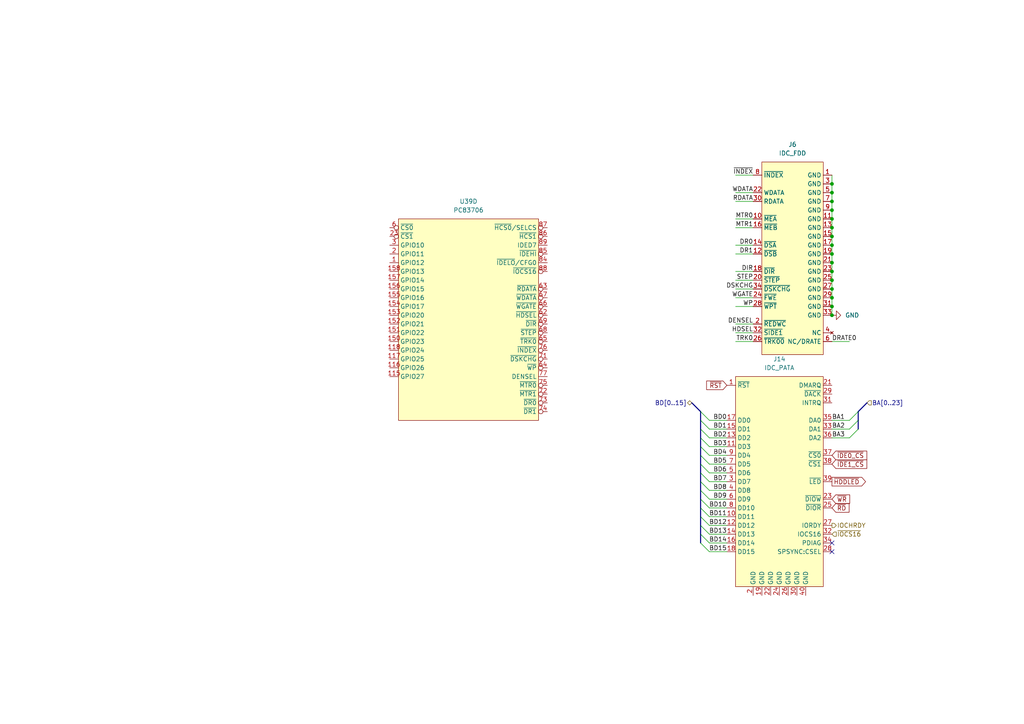
<source format=kicad_sch>
(kicad_sch (version 20231120) (generator "eeschema") (generator_version "8.0")
  (paper "A4")
  (lib_symbols
    (symbol "m68k-hbc-conn:IDC_FDD"
      (property "Reference" "J" (at 0 31.75 0))
      (property "Value" "IDC_FDD" (at 0 29.21 0))
      (symbol "IDC_FDD_1_1"
        (rectangle (start -8.89 27.94) (end 8.89 -27.94) (fill (type background)))
        (pin power_in line (at 11.43 24.13 180) (length 2.54) (name "GND") (number "1"))
        (pin input line (at -11.43 11.43 0) (length 2.54) (name "~{MEA}") (number "10"))
        (pin power_in line (at 11.43 11.43 180) (length 2.54) (name "GND") (number "11"))
        (pin input line (at -11.43 1.27 0) (length 2.54) (name "~{DSB}") (number "12"))
        (pin power_in line (at 11.43 8.89 180) (length 2.54) (name "GND") (number "13"))
        (pin input line (at -11.43 3.81 0) (length 2.54) (name "~{DSA}") (number "14"))
        (pin power_in line (at 11.43 6.35 180) (length 2.54) (name "GND") (number "15"))
        (pin input line (at -11.43 8.89 0) (length 2.54) (name "~{MEB}") (number "16"))
        (pin power_in line (at 11.43 3.81 180) (length 2.54) (name "GND") (number "17"))
        (pin input line (at -11.43 -3.81 0) (length 2.54) (name "~{DIR}") (number "18"))
        (pin power_in line (at 11.43 1.27 180) (length 2.54) (name "GND") (number "19"))
        (pin output line (at -11.43 -19.05 0) (length 2.54) (name "~{REDWC}") (number "2"))
        (pin input line (at -11.43 -6.35 0) (length 2.54) (name "~{STEP}") (number "20"))
        (pin power_in line (at 11.43 -1.27 180) (length 2.54) (name "GND") (number "21"))
        (pin input line (at -11.43 19.05 0) (length 2.54) (name "WDATA") (number "22"))
        (pin power_in line (at 11.43 -3.81 180) (length 2.54) (name "GND") (number "23"))
        (pin input line (at -11.43 -11.43 0) (length 2.54) (name "~{FWE}") (number "24"))
        (pin power_in line (at 11.43 -6.35 180) (length 2.54) (name "GND") (number "25"))
        (pin output line (at -11.43 -24.13 0) (length 2.54) (name "~{TRK00}") (number "26"))
        (pin power_in line (at 11.43 -8.89 180) (length 2.54) (name "GND") (number "27"))
        (pin output line (at -11.43 -13.97 0) (length 2.54) (name "~{WPT}") (number "28"))
        (pin power_in line (at 11.43 -11.43 180) (length 2.54) (name "GND") (number "29"))
        (pin power_in line (at 11.43 21.59 180) (length 2.54) (name "GND") (number "3"))
        (pin output line (at -11.43 16.51 0) (length 2.54) (name "RDATA") (number "30"))
        (pin power_in line (at 11.43 -13.97 180) (length 2.54) (name "GND") (number "31"))
        (pin input line (at -11.43 -21.59 0) (length 2.54) (name "~{SIDE1}") (number "32"))
        (pin power_in line (at 11.43 -16.51 180) (length 2.54) (name "GND") (number "33"))
        (pin output line (at -11.43 -8.89 0) (length 2.54) (name "~{DSKCHG}") (number "34"))
        (pin no_connect line (at 11.43 -21.59 180) (length 2.54) (name "NC") (number "4"))
        (pin power_in line (at 11.43 19.05 180) (length 2.54) (name "GND") (number "5"))
        (pin output line (at 11.43 -24.13 180) (length 2.54) (name "NC/DRATE") (number "6"))
        (pin power_in line (at 11.43 16.51 180) (length 2.54) (name "GND") (number "7"))
        (pin output line (at -11.43 24.13 0) (length 2.54) (name "~{INDEX}") (number "8"))
        (pin power_in line (at 11.43 13.97 180) (length 2.54) (name "GND") (number "9"))
      )
    )
    (symbol "m68k-hbc-conn:IDC_PATA"
      (property "Reference" "J" (at 0 31.75 0))
      (property "Value" "IDC_PATA" (at 0 0 0))
      (symbol "IDC_PATA_1_1"
        (rectangle (start -12.7 30.48) (end 12.7 -30.48) (fill (type background)))
        (pin bidirectional line (at -15.24 27.94 0) (length 2.54) (name "~{RST}") (number "1"))
        (pin bidirectional line (at -15.24 -10.16 0) (length 2.54) (name "DD11") (number "10"))
        (pin bidirectional line (at -15.24 10.16 0) (length 2.54) (name "DD3") (number "11"))
        (pin bidirectional line (at -15.24 -12.7 0) (length 2.54) (name "DD12") (number "12"))
        (pin bidirectional line (at -15.24 12.7 0) (length 2.54) (name "DD2") (number "13"))
        (pin bidirectional line (at -15.24 -15.24 0) (length 2.54) (name "DD13") (number "14"))
        (pin bidirectional line (at -15.24 15.24 0) (length 2.54) (name "DD1") (number "15"))
        (pin bidirectional line (at -15.24 -17.78 0) (length 2.54) (name "DD14") (number "16"))
        (pin bidirectional line (at -15.24 17.78 0) (length 2.54) (name "DD0") (number "17"))
        (pin bidirectional line (at -15.24 -20.32 0) (length 2.54) (name "DD15") (number "18"))
        (pin power_in line (at -5.08 -33.02 90) (length 2.54) (name "GND") (number "19"))
        (pin power_in line (at -7.62 -33.02 90) (length 2.54) (name "GND") (number "2"))
        (pin output line (at 15.24 27.94 180) (length 2.54) (name "DMARQ") (number "21"))
        (pin power_in line (at -2.54 -33.02 90) (length 2.54) (name "GND") (number "22"))
        (pin input line (at 15.24 -5.08 180) (length 2.54) (name "~{DIOW}") (number "23"))
        (pin power_in line (at 0 -33.02 90) (length 2.54) (name "GND") (number "24"))
        (pin input line (at 15.24 -7.62 180) (length 2.54) (name "~{DIOR}") (number "25"))
        (pin power_in line (at 2.54 -33.02 90) (length 2.54) (name "GND") (number "26"))
        (pin output line (at 15.24 -12.7 180) (length 2.54) (name "IORDY") (number "27"))
        (pin output line (at 15.24 -20.32 180) (length 2.54) (name "SPSYNC:CSEL") (number "28"))
        (pin output line (at 15.24 25.4 180) (length 2.54) (name "~{DACK}") (number "29"))
        (pin bidirectional line (at -15.24 0 0) (length 2.54) (name "DD7") (number "3"))
        (pin power_in line (at 5.08 -33.02 90) (length 2.54) (name "GND") (number "30"))
        (pin output line (at 15.24 22.86 180) (length 2.54) (name "INTRQ") (number "31"))
        (pin output line (at 15.24 -15.24 180) (length 2.54) (name "IOCS16") (number "32"))
        (pin input line (at 15.24 15.24 180) (length 2.54) (name "DA1") (number "33"))
        (pin output line (at 15.24 -17.78 180) (length 2.54) (name "PDIAG") (number "34"))
        (pin input line (at 15.24 17.78 180) (length 2.54) (name "DA0") (number "35"))
        (pin input line (at 15.24 12.7 180) (length 2.54) (name "DA2") (number "36"))
        (pin input line (at 15.24 7.62 180) (length 2.54) (name "~{CS0}") (number "37"))
        (pin input line (at 15.24 5.08 180) (length 2.54) (name "~{CS1}") (number "38"))
        (pin output line (at 15.24 0 180) (length 2.54) (name "~{LED}") (number "39"))
        (pin bidirectional line (at -15.24 -2.54 0) (length 2.54) (name "DD8") (number "4"))
        (pin power_in line (at 7.62 -33.02 90) (length 2.54) (name "GND") (number "40"))
        (pin bidirectional line (at -15.24 2.54 0) (length 2.54) (name "DD6") (number "5"))
        (pin bidirectional line (at -15.24 -5.08 0) (length 2.54) (name "DD9") (number "6"))
        (pin bidirectional line (at -15.24 5.08 0) (length 2.54) (name "DD5") (number "7"))
        (pin bidirectional line (at -15.24 -7.62 0) (length 2.54) (name "DD10") (number "8"))
        (pin bidirectional line (at -15.24 7.62 0) (length 2.54) (name "DD4") (number "9"))
      )
    )
    (symbol "m68k-hbc-ic:PC83706"
      (property "Reference" "U" (at -0.254 1.27 0))
      (property "Value" "PC83706" (at -0.254 -1.016 0))
      (symbol "PC83706_1_0"
        (pin input line (at -22.86 -17.78 0) (length 2.54) (name "A15") (number "11"))
        (pin input line (at -22.86 -15.24 0) (length 2.54) (name "A14") (number "12"))
        (pin output inverted (at 22.86 22.86 180) (length 2.54) (name "~{IRQ8}") (number "13"))
        (pin input inverted (at 22.86 12.7 180) (length 2.54) (name "~{PDACK1}") (number "138"))
        (pin bidirectional line (at 22.86 25.4 180) (length 2.54) (name "IRQ7") (number "14"))
        (pin output line (at 22.86 27.94 180) (length 2.54) (name "IRQ6") (number "15"))
        (pin bidirectional line (at 22.86 30.48 180) (length 2.54) (name "IRQ5") (number "16"))
        (pin output line (at 22.86 33.02 180) (length 2.54) (name "IRQ4") (number "18"))
        (pin output line (at 22.86 35.56 180) (length 2.54) (name "IRQ3") (number "19"))
        (pin input clock (at -22.86 38.1 0) (length 2.54) (name "SYSCLK") (number "21"))
        (pin output line (at -22.86 22.86 0) (length 2.54) (name "IOCHRDY") (number "22"))
        (pin output inverted (at -22.86 25.4 0) (length 2.54) (name "~{ZWS}") (number "24"))
        (pin output line (at 22.86 10.16 180) (length 2.54) (name "PDRQ0") (number "25"))
        (pin input inverted (at 22.86 15.24 180) (length 2.54) (name "~{PDACK0}") (number "26"))
        (pin output line (at 22.86 2.54 180) (length 2.54) (name "FDRQ") (number "27"))
        (pin input inverted (at 22.86 5.08 180) (length 2.54) (name "~{FDACK}") (number "28"))
        (pin input line (at 22.86 -2.54 180) (length 2.54) (name "TC") (number "29"))
        (pin bidirectional line (at -22.86 -38.1 0) (length 2.54) (name "D7") (number "33"))
        (pin bidirectional line (at -22.86 -35.56 0) (length 2.54) (name "D6") (number "34"))
        (pin bidirectional line (at -22.86 -33.02 0) (length 2.54) (name "D5") (number "35"))
        (pin bidirectional line (at -22.86 -30.48 0) (length 2.54) (name "D4") (number "36"))
        (pin bidirectional line (at -22.86 -27.94 0) (length 2.54) (name "D3") (number "37"))
        (pin bidirectional line (at -22.86 -25.4 0) (length 2.54) (name "D2") (number "38"))
        (pin bidirectional line (at -22.86 -22.86 0) (length 2.54) (name "D1") (number "39"))
        (pin bidirectional line (at 22.86 20.32 180) (length 2.54) (name "IRQ12") (number "4"))
        (pin bidirectional line (at -22.86 -20.32 0) (length 2.54) (name "D0") (number "42"))
        (pin input inverted (at -22.86 27.94 0) (length 2.54) (name "~{WR}") (number "43"))
        (pin input inverted (at -22.86 30.48 0) (length 2.54) (name "~{RD}") (number "44"))
        (pin input line (at -22.86 33.02 0) (length 2.54) (name "AEN") (number "45"))
        (pin input line (at -22.86 -12.7 0) (length 2.54) (name "A13") (number "46"))
        (pin input line (at -22.86 -10.16 0) (length 2.54) (name "A12") (number "47"))
        (pin input line (at -22.86 -7.62 0) (length 2.54) (name "A11") (number "48"))
        (pin input line (at -22.86 -5.08 0) (length 2.54) (name "A10") (number "49"))
        (pin bidirectional line (at 22.86 38.1 180) (length 2.54) (name "IRQ1") (number "5"))
        (pin input line (at -22.86 -2.54 0) (length 2.54) (name "A9") (number "50"))
        (pin input line (at -22.86 0 0) (length 2.54) (name "A8") (number "51"))
        (pin input line (at -22.86 2.54 0) (length 2.54) (name "A7") (number "52"))
        (pin input line (at -22.86 5.08 0) (length 2.54) (name "A6") (number "53"))
        (pin input line (at -22.86 7.62 0) (length 2.54) (name "A5") (number "54"))
        (pin input line (at -22.86 10.16 0) (length 2.54) (name "A4") (number "55"))
        (pin input line (at -22.86 12.7 0) (length 2.54) (name "A3") (number "56"))
        (pin input line (at -22.86 15.24 0) (length 2.54) (name "A2") (number "59"))
        (pin input line (at -22.86 17.78 0) (length 2.54) (name "A1") (number "60"))
        (pin input line (at -22.86 20.32 0) (length 2.54) (name "A0") (number "61"))
        (pin output line (at 22.86 7.62 180) (length 2.54) (name "PDRQ1") (number "70"))
        (pin input inverted (at 22.86 0 180) (length 2.54) (name "~{IDEACK}") (number "83"))
      )
      (symbol "PC83706_1_1"
        (rectangle (start -20.32 40.64) (end 20.32 -40.64) (fill (type background)))
      )
      (symbol "PC83706_2_0"
        (pin output inverted (at 22.86 2.54 180) (length 2.54) (name "~{RTS2}") (number "101"))
        (pin input line (at 22.86 5.08 180) (length 2.54) (name "SIN2") (number "102"))
        (pin input inverted (at 22.86 -5.08 180) (length 2.54) (name "~{DSR2}") (number "103"))
        (pin input inverted (at 22.86 -7.62 180) (length 2.54) (name "~{DCD2}") (number "104"))
        (pin input inverted (at 22.86 12.7 180) (length 2.54) (name "~{RI1}") (number "105"))
        (pin output inverted (at 22.86 22.86 180) (length 2.54) (name "~{DTR1}/CFG1") (number "106"))
        (pin input inverted (at 22.86 20.32 180) (length 2.54) (name "~{CTS1}") (number "107"))
        (pin output line (at 22.86 30.48 180) (length 2.54) (name "SOUT1/BOUT1/BADDR1") (number "108"))
        (pin output inverted (at 22.86 25.4 180) (length 2.54) (name "~{RTS1}/BADDR0") (number "109"))
        (pin input line (at 22.86 27.94 180) (length 2.54) (name "SIN1") (number "110"))
        (pin input inverted (at 22.86 17.78 180) (length 2.54) (name "~{DSR1}") (number "111"))
        (pin input inverted (at 22.86 15.24 180) (length 2.54) (name "~{DCD1}") (number "112"))
        (pin input line (at 22.86 38.1 180) (length 2.54) (name "IRRX") (number "113"))
        (pin output line (at 22.86 35.56 180) (length 2.54) (name "IRTX") (number "114"))
        (pin bidirectional inverted (at -22.86 35.56 0) (length 2.54) (name "~{AFD}/~{DSTRB}") (number "119"))
        (pin input inverted (at -22.86 25.4 0) (length 2.54) (name "~{ERR}") (number "120"))
        (pin bidirectional inverted (at -22.86 30.48 0) (length 2.54) (name "~{INIT}") (number "122"))
        (pin bidirectional inverted (at -22.86 38.1 0) (length 2.54) (name "~{SLIN}/~{ASTRB}") (number "123"))
        (pin input line (at -22.86 22.86 0) (length 2.54) (name "SLCT") (number "124"))
        (pin input line (at -22.86 20.32 0) (length 2.54) (name "PE") (number "125"))
        (pin input line (at -22.86 17.78 0) (length 2.54) (name "BUSY/~{WAIT}") (number "126"))
        (pin input inverted (at -22.86 27.94 0) (length 2.54) (name "~{ACK}") (number "127"))
        (pin bidirectional line (at -22.86 -2.54 0) (length 2.54) (name "PD7") (number "128"))
        (pin bidirectional line (at -22.86 0 0) (length 2.54) (name "PD6") (number "129"))
        (pin bidirectional line (at -22.86 2.54 0) (length 2.54) (name "PD5") (number "130"))
        (pin bidirectional line (at -22.86 5.08 0) (length 2.54) (name "PD4") (number "131"))
        (pin bidirectional line (at -22.86 7.62 0) (length 2.54) (name "PD3") (number "133"))
        (pin bidirectional line (at -22.86 10.16 0) (length 2.54) (name "PD2") (number "134"))
        (pin bidirectional line (at -22.86 12.7 0) (length 2.54) (name "PD1") (number "135"))
        (pin bidirectional line (at -22.86 15.24 0) (length 2.54) (name "PD0") (number "136"))
        (pin output inverted (at -22.86 33.02 0) (length 2.54) (name "~{STB}/~{WRITE}") (number "137"))
        (pin bidirectional line (at -22.86 -20.32 0) (length 2.54) (name "P12") (number "141"))
        (pin bidirectional line (at -22.86 -22.86 0) (length 2.54) (name "P13") (number "142"))
        (pin bidirectional line (at -22.86 -25.4 0) (length 2.54) (name "P14") (number "143"))
        (pin bidirectional line (at -22.86 -27.94 0) (length 2.54) (name "P15") (number "144"))
        (pin bidirectional line (at -22.86 -30.48 0) (length 2.54) (name "P16") (number "145"))
        (pin bidirectional line (at -22.86 -33.02 0) (length 2.54) (name "P17") (number "146"))
        (pin bidirectional line (at -22.86 -35.56 0) (length 2.54) (name "P20") (number "147"))
        (pin bidirectional line (at -22.86 -38.1 0) (length 2.54) (name "P21") (number "148"))
        (pin bidirectional clock (at -22.86 -12.7 0) (length 2.54) (name "MCLK") (number "91"))
        (pin bidirectional line (at -22.86 -15.24 0) (length 2.54) (name "MDAT") (number "92"))
        (pin bidirectional line (at -22.86 -10.16 0) (length 2.54) (name "KBDAT") (number "93"))
        (pin bidirectional clock (at -22.86 -7.62 0) (length 2.54) (name "KBCLK") (number "94"))
        (pin input inverted (at 22.86 -10.16 180) (length 2.54) (name "~{RI2}") (number "95"))
        (pin output inverted (at 22.86 0 180) (length 2.54) (name "~{DTR2}") (number "96"))
        (pin input inverted (at 22.86 -2.54 180) (length 2.54) (name "~{CTS2}") (number "97"))
        (pin output line (at 22.86 7.62 180) (length 2.54) (name "SOUT2/BOUT2") (number "98"))
      )
      (symbol "PC83706_2_1"
        (rectangle (start -20.32 40.64) (end 20.32 -40.64) (fill (type background)))
      )
      (symbol "PC83706_3_0"
        (pin power_in line (at 22.86 7.62 180) (length 2.54) (name "VSS") (number "10"))
        (pin power_in line (at 22.86 -7.62 180) (length 2.54) (name "VSS") (number "100"))
        (pin power_in line (at 22.86 -10.16 180) (length 2.54) (name "VSS") (number "121"))
        (pin power_in line (at 22.86 -12.7 180) (length 2.54) (name "VSS") (number "132"))
        (pin power_in line (at 22.86 -15.24 180) (length 2.54) (name "VSS") (number "139"))
        (pin power_in line (at -22.86 -7.62 0) (length 2.54) (name "VDD") (number "140"))
        (pin power_in line (at 22.86 -17.78 180) (length 2.54) (name "VSS") (number "149"))
        (pin power_in line (at 22.86 -20.32 180) (length 2.54) (name "VSS") (number "159"))
        (pin power_in line (at -22.86 -10.16 0) (length 2.54) (name "VDD") (number "160"))
        (pin power_in line (at -22.86 2.54 0) (length 2.54) (name "VDD") (number "17"))
        (pin input line (at -22.86 20.32 0) (length 2.54) (name "MR") (number "20"))
        (pin input clock (at -22.86 17.78 0) (length 2.54) (name "X1") (number "30"))
        (pin no_connect line (at -22.86 -20.32 0) (length 2.54) (name "NC") (number "31"))
        (pin power_in line (at 22.86 5.08 180) (length 2.54) (name "VSS") (number "32"))
        (pin power_in line (at 22.86 2.54 180) (length 2.54) (name "VSS") (number "40"))
        (pin power_in line (at -22.86 0 0) (length 2.54) (name "VDD") (number "41"))
        (pin power_in line (at -22.86 -2.54 0) (length 2.54) (name "VDD") (number "57"))
        (pin power_in line (at 22.86 0 180) (length 2.54) (name "VSS") (number "58"))
        (pin power_in line (at -22.86 7.62 0) (length 2.54) (name "VBAT") (number "7"))
        (pin input line (at 22.86 12.7 180) (length 2.54) (name "MSEN1") (number "78"))
        (pin input line (at 22.86 15.24 180) (length 2.54) (name "MSEN0") (number "79"))
        (pin input line (at -22.86 13.97 0) (length 2.54) (name "X1C") (number "8"))
        (pin power_in line (at 22.86 -2.54 180) (length 2.54) (name "VSS") (number "80"))
        (pin output line (at 22.86 17.78 180) (length 2.54) (name "DRATE1") (number "81"))
        (pin output line (at 22.86 20.32 180) (length 2.54) (name "DRATE0") (number "82"))
        (pin output line (at -22.86 11.43 0) (length 2.54) (name "X2C") (number "9"))
        (pin power_in line (at 22.86 -5.08 180) (length 2.54) (name "VSS") (number "90"))
        (pin power_in line (at -22.86 -5.08 0) (length 2.54) (name "VDD") (number "99"))
      )
      (symbol "PC83706_3_1"
        (rectangle (start -20.32 22.86) (end 20.32 -22.86) (fill (type background)))
      )
      (symbol "PC83706_4_0"
        (pin bidirectional line (at -22.86 16.51 0) (length 2.54) (name "GPIO12") (number "1"))
        (pin bidirectional line (at -22.86 -16.51 0) (length 2.54) (name "GPIO27") (number "115"))
        (pin bidirectional line (at -22.86 -13.97 0) (length 2.54) (name "GPIO26") (number "116"))
        (pin bidirectional line (at -22.86 -11.43 0) (length 2.54) (name "GPIO25") (number "117"))
        (pin bidirectional line (at -22.86 -8.89 0) (length 2.54) (name "GPIO24") (number "118"))
        (pin bidirectional line (at -22.86 -6.35 0) (length 2.54) (name "GPIO23") (number "150"))
        (pin bidirectional line (at -22.86 -3.81 0) (length 2.54) (name "GPIO22") (number "151"))
        (pin bidirectional line (at -22.86 -1.27 0) (length 2.54) (name "GPIO21") (number "152"))
        (pin bidirectional line (at -22.86 1.27 0) (length 2.54) (name "GPIO20") (number "153"))
        (pin bidirectional line (at -22.86 3.81 0) (length 2.54) (name "GPIO17") (number "154"))
        (pin bidirectional line (at -22.86 6.35 0) (length 2.54) (name "GPIO16") (number "155"))
        (pin bidirectional line (at -22.86 8.89 0) (length 2.54) (name "GPIO15") (number "156"))
        (pin bidirectional line (at -22.86 11.43 0) (length 2.54) (name "GPIO14") (number "157"))
        (pin bidirectional line (at -22.86 13.97 0) (length 2.54) (name "GPIO13") (number "158"))
        (pin bidirectional line (at -22.86 19.05 0) (length 2.54) (name "GPIO11") (number "2"))
        (pin output inverted (at -22.86 24.13 0) (length 2.54) (name "~{CS1}") (number "23"))
        (pin bidirectional line (at -22.86 21.59 0) (length 2.54) (name "GPIO10") (number "3"))
        (pin output inverted (at -22.86 26.67 0) (length 2.54) (name "~{CS0}") (number "6"))
        (pin output inverted (at 22.86 1.27 180) (length 2.54) (name "~{HDSEL}") (number "62"))
        (pin input inverted (at 22.86 8.89 180) (length 2.54) (name "~{RDATA}") (number "63"))
        (pin input inverted (at 22.86 -13.97 180) (length 2.54) (name "~{WP}") (number "64"))
        (pin input inverted (at 22.86 -6.35 180) (length 2.54) (name "~{TRK0}") (number "65"))
        (pin output inverted (at 22.86 3.81 180) (length 2.54) (name "~{WGATE}") (number "66"))
        (pin output inverted (at 22.86 6.35 180) (length 2.54) (name "~{WDATA}") (number "67"))
        (pin output inverted (at 22.86 -3.81 180) (length 2.54) (name "~{STEP}") (number "68"))
        (pin output inverted (at 22.86 -1.27 180) (length 2.54) (name "~{DIR}") (number "69"))
        (pin input inverted (at 22.86 -11.43 180) (length 2.54) (name "~{DSKCHG}") (number "71"))
        (pin output inverted (at 22.86 -21.59 180) (length 2.54) (name "~{MTR1}") (number "72"))
        (pin output inverted (at 22.86 -24.13 180) (length 2.54) (name "~{DR0}") (number "73"))
        (pin output inverted (at 22.86 -26.67 180) (length 2.54) (name "~{DR1}") (number "74"))
        (pin output inverted (at 22.86 -19.05 180) (length 2.54) (name "~{MTR0}") (number "75"))
        (pin input inverted (at 22.86 -8.89 180) (length 2.54) (name "~{INDEX}") (number "76"))
        (pin output line (at 22.86 -16.51 180) (length 2.54) (name "DENSEL") (number "77"))
        (pin input line (at 22.86 16.51 180) (length 2.54) (name "~{IDELO}/CFG0") (number "84"))
        (pin output inverted (at 22.86 19.05 180) (length 2.54) (name "~{IDEHI}") (number "85"))
        (pin output inverted (at 22.86 24.13 180) (length 2.54) (name "~{HCS1}") (number "86"))
        (pin output inverted (at 22.86 26.67 180) (length 2.54) (name "~{HCS0}/SELCS") (number "87"))
        (pin input inverted (at 22.86 13.97 180) (length 2.54) (name "~{IOCS16}") (number "88"))
        (pin bidirectional line (at 22.86 21.59 180) (length 2.54) (name "IDED7") (number "89"))
      )
      (symbol "PC83706_4_1"
        (rectangle (start -20.32 29.21) (end 20.32 -29.21) (fill (type background)))
      )
    )
    (symbol "power:GND" (power) (pin_names (offset 0))
      (property "Value" "GND" (at 0 -3.81 0))
      (symbol "GND_0_1"
        (polyline (pts (xy 0 0) (xy 0 -1.27) (xy 1.27 -1.27) (xy 0 -2.54) (xy -1.27 -1.27) (xy 0 -1.27)))
      )
      (symbol "GND_1_1"
        (pin power_in line (at 0 0 270) (length 0) hide (name "GND") (number "1"))
      )
    )
  )
  (junction (at 241.3 55.88))
  (junction (at 241.3 91.44))
  (junction (at 241.3 63.5))
  (junction (at 241.3 58.42))
  (junction (at 241.3 81.28))
  (junction (at 241.3 88.9))
  (junction (at 241.3 68.58))
  (junction (at 241.3 86.36))
  (junction (at 241.3 73.66))
  (junction (at 241.3 83.82))
  (junction (at 241.3 76.2))
  (junction (at 241.3 66.04))
  (junction (at 241.3 53.34))
  (junction (at 241.3 60.96))
  (junction (at 241.3 71.12))
  (junction (at 241.3 78.74))
  (no_connect (at 241.3 160.02))
  (no_connect (at 241.3 157.48))
  (bus_entry (at 205.74 160.02) (size -2.54 -2.54))
  (bus_entry (at 246.38 127) (size 2.54 -2.54))
  (bus_entry (at 205.74 121.92) (size -2.54 -2.54))
  (bus_entry (at 205.74 137.16) (size -2.54 -2.54))
  (bus_entry (at 205.74 127) (size -2.54 -2.54))
  (bus_entry (at 205.74 149.86) (size -2.54 -2.54))
  (bus_entry (at 246.38 121.92) (size 2.54 -2.54))
  (bus_entry (at 205.74 129.54) (size -2.54 -2.54))
  (bus_entry (at 246.38 124.46) (size 2.54 -2.54))
  (bus_entry (at 205.74 144.78) (size -2.54 -2.54))
  (bus_entry (at 205.74 154.94) (size -2.54 -2.54))
  (bus_entry (at 205.74 157.48) (size -2.54 -2.54))
  (bus_entry (at 205.74 139.7) (size -2.54 -2.54))
  (bus_entry (at 205.74 134.62) (size -2.54 -2.54))
  (bus_entry (at 205.74 124.46) (size -2.54 -2.54))
  (bus_entry (at 205.74 142.24) (size -2.54 -2.54))
  (bus_entry (at 205.74 147.32) (size -2.54 -2.54))
  (bus_entry (at 205.74 152.4) (size -2.54 -2.54))
  (bus_entry (at 205.74 132.08) (size -2.54 -2.54))
  (wire (pts (xy 213.36 86.36) (xy 218.44 86.36)))
  (wire (pts (xy 205.74 127) (xy 210.82 127)))
  (bus (pts (xy 203.2 152.4) (xy 203.2 149.86)))
  (wire (pts (xy 205.74 129.54) (xy 210.82 129.54)))
  (wire (pts (xy 205.74 160.02) (xy 210.82 160.02)))
  (wire (pts (xy 241.3 55.88) (xy 241.3 53.34)))
  (bus (pts (xy 203.2 121.92) (xy 203.2 119.38)))
  (wire (pts (xy 241.3 76.2) (xy 241.3 73.66)))
  (wire (pts (xy 205.74 139.7) (xy 210.82 139.7)))
  (wire (pts (xy 213.36 81.28) (xy 218.44 81.28)))
  (wire (pts (xy 213.36 78.74) (xy 218.44 78.74)))
  (bus (pts (xy 248.92 124.46) (xy 248.92 121.92)))
  (wire (pts (xy 205.74 144.78) (xy 210.82 144.78)))
  (wire (pts (xy 241.3 91.44) (xy 241.3 88.9)))
  (bus (pts (xy 203.2 139.7) (xy 203.2 137.16)))
  (wire (pts (xy 205.74 124.46) (xy 210.82 124.46)))
  (bus (pts (xy 203.2 132.08) (xy 203.2 129.54)))
  (wire (pts (xy 246.38 121.92) (xy 241.3 121.92)))
  (bus (pts (xy 203.2 134.62) (xy 203.2 132.08)))
  (wire (pts (xy 213.36 93.98) (xy 218.44 93.98)))
  (wire (pts (xy 205.74 157.48) (xy 210.82 157.48)))
  (wire (pts (xy 241.3 78.74) (xy 241.3 76.2)))
  (bus (pts (xy 203.2 149.86) (xy 203.2 147.32)))
  (wire (pts (xy 213.36 55.88) (xy 218.44 55.88)))
  (bus (pts (xy 203.2 129.54) (xy 203.2 127)))
  (wire (pts (xy 213.36 50.8) (xy 218.44 50.8)))
  (wire (pts (xy 213.36 66.04) (xy 218.44 66.04)))
  (wire (pts (xy 246.38 124.46) (xy 241.3 124.46)))
  (wire (pts (xy 213.36 96.52) (xy 218.44 96.52)))
  (bus (pts (xy 200.66 116.84) (xy 203.2 119.38)))
  (wire (pts (xy 213.36 88.9) (xy 218.44 88.9)))
  (wire (pts (xy 241.3 68.58) (xy 241.3 66.04)))
  (wire (pts (xy 241.3 86.36) (xy 241.3 83.82)))
  (bus (pts (xy 248.92 121.92) (xy 248.92 119.38)))
  (wire (pts (xy 241.3 66.04) (xy 241.3 63.5)))
  (wire (pts (xy 246.38 99.06) (xy 241.3 99.06)))
  (wire (pts (xy 241.3 63.5) (xy 241.3 60.96)))
  (wire (pts (xy 205.74 137.16) (xy 210.82 137.16)))
  (wire (pts (xy 213.36 63.5) (xy 218.44 63.5)))
  (wire (pts (xy 213.36 58.42) (xy 218.44 58.42)))
  (wire (pts (xy 205.74 154.94) (xy 210.82 154.94)))
  (bus (pts (xy 203.2 127) (xy 203.2 124.46)))
  (bus (pts (xy 248.92 119.38) (xy 251.46 116.84)))
  (wire (pts (xy 213.36 73.66) (xy 218.44 73.66)))
  (wire (pts (xy 213.36 99.06) (xy 218.44 99.06)))
  (wire (pts (xy 205.74 121.92) (xy 210.82 121.92)))
  (wire (pts (xy 241.3 71.12) (xy 241.3 68.58)))
  (bus (pts (xy 203.2 147.32) (xy 203.2 144.78)))
  (wire (pts (xy 241.3 88.9) (xy 241.3 86.36)))
  (bus (pts (xy 203.2 137.16) (xy 203.2 134.62)))
  (wire (pts (xy 213.36 83.82) (xy 218.44 83.82)))
  (wire (pts (xy 205.74 142.24) (xy 210.82 142.24)))
  (wire (pts (xy 213.36 71.12) (xy 218.44 71.12)))
  (bus (pts (xy 203.2 124.46) (xy 203.2 121.92)))
  (bus (pts (xy 203.2 157.48) (xy 203.2 154.94)))
  (wire (pts (xy 241.3 58.42) (xy 241.3 55.88)))
  (bus (pts (xy 203.2 154.94) (xy 203.2 152.4)))
  (bus (pts (xy 203.2 142.24) (xy 203.2 139.7)))
  (wire (pts (xy 246.38 127) (xy 241.3 127)))
  (wire (pts (xy 241.3 73.66) (xy 241.3 71.12)))
  (bus (pts (xy 203.2 144.78) (xy 203.2 142.24)))
  (wire (pts (xy 205.74 132.08) (xy 210.82 132.08)))
  (wire (pts (xy 205.74 149.86) (xy 210.82 149.86)))
  (wire (pts (xy 205.74 147.32) (xy 210.82 147.32)))
  (wire (pts (xy 205.74 134.62) (xy 210.82 134.62)))
  (wire (pts (xy 205.74 152.4) (xy 210.82 152.4)))
  (wire (pts (xy 241.3 81.28) (xy 241.3 78.74)))
  (wire (pts (xy 241.3 53.34) (xy 241.3 50.8)))
  (wire (pts (xy 241.3 83.82) (xy 241.3 81.28)))
  (wire (pts (xy 241.3 60.96) (xy 241.3 58.42)))
  (label "BD10" (at 210.82 147.32 180))
  (label "BD4" (at 210.82 132.08 180))
  (label "DRATE0" (at 241.3 99.06 0))
  (label "BD8" (at 210.82 142.24 180))
  (label "DSKCHG" (at 218.44 83.82 180))
  (label "BD2" (at 210.82 127 180))
  (label "WGATE" (at 218.44 86.36 180))
  (label "STEP" (at 218.44 81.28 180))
  (label "BA2" (at 241.3 124.46 0))
  (label "BA3" (at 241.3 127 0))
  (label "BD14" (at 210.82 157.48 180))
  (label "WDATA" (at 218.44 55.88 180))
  (label "BD5" (at 210.82 134.62 180))
  (label "BA1" (at 241.3 121.92 0))
  (label "BD13" (at 210.82 154.94 180))
  (label "WP" (at 218.44 88.9 180))
  (label "DIR" (at 218.44 78.74 180))
  (label "DENSEL" (at 218.44 93.98 180))
  (label "DR1" (at 218.44 73.66 180))
  (label "BD7" (at 210.82 139.7 180))
  (label "BD0" (at 210.82 121.92 180))
  (label "DR0" (at 218.44 71.12 180))
  (label "~{INDEX}" (at 218.44 50.8 180))
  (label "RDATA" (at 218.44 58.42 180))
  (label "BD11" (at 210.82 149.86 180))
  (label "BD15" (at 210.82 160.02 180))
  (label "BD1" (at 210.82 124.46 180))
  (label "MTR0" (at 218.44 63.5 180))
  (label "TRK0" (at 218.44 99.06 180))
  (label "HDSEL" (at 218.44 96.52 180))
  (label "BD6" (at 210.82 137.16 180))
  (label "BD3" (at 210.82 129.54 180))
  (label "BD9" (at 210.82 144.78 180))
  (label "BD12" (at 210.82 152.4 180))
  (label "MTR1" (at 218.44 66.04 180))
  (global_label "~{RST}" (shape input) (at 210.82 111.76 180) (property "Intersheetrefs" "${INTERSHEET_REFS}" (effects (hide yes))))
  (global_label "~{IDE0_CS}" (shape input) (at 241.3 132.08 0) (property "Intersheetrefs" "${INTERSHEET_REFS}" (effects (hide yes))))
  (global_label "~{HDDLED}" (shape output) (at 241.3 139.7 0) (property "Intersheetrefs" "${INTERSHEET_REFS}" (effects (hide yes))))
  (global_label "~{RD}" (shape input) (at 241.3 147.32 0) (property "Intersheetrefs" "${INTERSHEET_REFS}" (effects (hide yes))))
  (global_label "~{IDE1_CS}" (shape input) (at 241.3 134.62 0) (property "Intersheetrefs" "${INTERSHEET_REFS}" (effects (hide yes))))
  (global_label "~{WR}" (shape input) (at 241.3 144.78 0) (property "Intersheetrefs" "${INTERSHEET_REFS}" (effects (hide yes))))
  (hierarchical_label "~{IOCS16}" (shape input) (at 241.3 154.94 0))
  (hierarchical_label "BA[0..23]" (shape input) (at 251.46 116.84 0))
  (hierarchical_label "IOCHRDY" (shape output) (at 241.3 152.4 0))
  (hierarchical_label "BD[0..15]" (shape bidirectional) (at 200.66 116.84 180))
  (symbol (lib_id "m68k-hbc-conn:IDC_FDD") (at 229.87 74.93 0) (unit 1)
    (property "Reference" "J6" (at 229.87 41.91 0))
    (property "Value" "IDC_FDD" (at 229.87 44.45 0))
    (property "Footprint" "Connector_IDC:IDC-Header_2x17_P2.54mm_Vertical" (effects (hide yes)))
  )
  (symbol (lib_id "power:GND") (at 241.3 91.44 90) (unit 1)
    (property "Reference" "#PWR080" (effects (hide yes)))
    (property "Value" "GND" (at 245.11 91.44 90) (effects (justify right)))
  )
  (symbol (lib_id "m68k-hbc-conn:IDC_PATA") (at 226.06 139.7 0) (unit 1)
    (property "Reference" "J14" (at 226.06 104.14 0))
    (property "Value" "IDC_PATA" (at 226.06 106.68 0))
    (property "Footprint" "Connector_IDC:IDC-Header_2x20_P2.54mm_Vertical" (effects (hide yes)))
  )
  (symbol (lib_id "m68k-hbc-ic:PC83706") (at 135.89 92.71 0) (unit 4)
    (property "Reference" "U39" (at 135.89 58.42 0))
    (property "Value" "PC83706" (at 135.89 60.96 0))
    (property "Footprint" "Package_QFP:PQFP-160_28x28mm_P0.65mm" (effects (hide yes)))
    (property "Datasheet" "https://pdf.datasheetcatalog.com/datasheet/nationalsemiconductor/DS012379.PDF" (effects (hide yes)))
    (property "Description" "PC87306SuperI/OTM EnhancedSidewinderLite Floppy Disk Controller, Keyboard Controller, Real-Time Clock, Dual UARTs, Infrared Interface, IEEE 1284 Parallel Port, and IDE Interface" (effects (hide yes)))
  )
)
</source>
